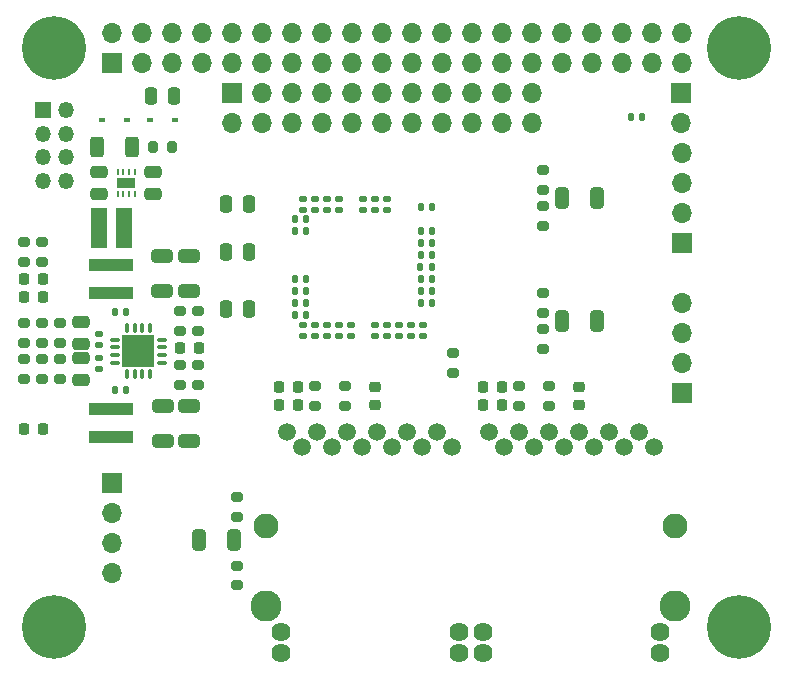
<source format=gts>
%TF.GenerationSoftware,KiCad,Pcbnew,(6.0.2-0)*%
%TF.CreationDate,2022-10-21T16:11:50-05:00*%
%TF.ProjectId,little_switch,6c697474-6c65-45f7-9377-697463682e6b,1*%
%TF.SameCoordinates,PX4221330PY3d0af40*%
%TF.FileFunction,Soldermask,Top*%
%TF.FilePolarity,Negative*%
%FSLAX46Y46*%
G04 Gerber Fmt 4.6, Leading zero omitted, Abs format (unit mm)*
G04 Created by KiCad (PCBNEW (6.0.2-0)) date 2022-10-21 16:11:50*
%MOMM*%
%LPD*%
G01*
G04 APERTURE LIST*
G04 Aperture macros list*
%AMRoundRect*
0 Rectangle with rounded corners*
0 $1 Rounding radius*
0 $2 $3 $4 $5 $6 $7 $8 $9 X,Y pos of 4 corners*
0 Add a 4 corners polygon primitive as box body*
4,1,4,$2,$3,$4,$5,$6,$7,$8,$9,$2,$3,0*
0 Add four circle primitives for the rounded corners*
1,1,$1+$1,$2,$3*
1,1,$1+$1,$4,$5*
1,1,$1+$1,$6,$7*
1,1,$1+$1,$8,$9*
0 Add four rect primitives between the rounded corners*
20,1,$1+$1,$2,$3,$4,$5,0*
20,1,$1+$1,$4,$5,$6,$7,0*
20,1,$1+$1,$6,$7,$8,$9,0*
20,1,$1+$1,$8,$9,$2,$3,0*%
G04 Aperture macros list end*
%ADD10R,1.700000X1.700000*%
%ADD11O,1.700000X1.700000*%
%ADD12RoundRect,0.140000X-0.170000X0.140000X-0.170000X-0.140000X0.170000X-0.140000X0.170000X0.140000X0*%
%ADD13RoundRect,0.250000X0.650000X-0.325000X0.650000X0.325000X-0.650000X0.325000X-0.650000X-0.325000X0*%
%ADD14RoundRect,0.250000X-0.312500X-0.625000X0.312500X-0.625000X0.312500X0.625000X-0.312500X0.625000X0*%
%ADD15RoundRect,0.200000X0.275000X-0.200000X0.275000X0.200000X-0.275000X0.200000X-0.275000X-0.200000X0*%
%ADD16RoundRect,0.140000X0.140000X0.170000X-0.140000X0.170000X-0.140000X-0.170000X0.140000X-0.170000X0*%
%ADD17RoundRect,0.087500X-0.325000X-0.087500X0.325000X-0.087500X0.325000X0.087500X-0.325000X0.087500X0*%
%ADD18RoundRect,0.087500X-0.087500X-0.325000X0.087500X-0.325000X0.087500X0.325000X-0.087500X0.325000X0*%
%ADD19R,2.700000X2.700000*%
%ADD20RoundRect,0.250000X-0.250000X-0.475000X0.250000X-0.475000X0.250000X0.475000X-0.250000X0.475000X0*%
%ADD21R,0.250000X0.500000*%
%ADD22R,1.600000X0.900000*%
%ADD23RoundRect,0.250000X-0.475000X0.250000X-0.475000X-0.250000X0.475000X-0.250000X0.475000X0.250000X0*%
%ADD24RoundRect,0.200000X-0.275000X0.200000X-0.275000X-0.200000X0.275000X-0.200000X0.275000X0.200000X0*%
%ADD25RoundRect,0.225000X-0.250000X0.225000X-0.250000X-0.225000X0.250000X-0.225000X0.250000X0.225000X0*%
%ADD26RoundRect,0.140000X0.170000X-0.140000X0.170000X0.140000X-0.170000X0.140000X-0.170000X-0.140000X0*%
%ADD27RoundRect,0.250000X0.325000X0.650000X-0.325000X0.650000X-0.325000X-0.650000X0.325000X-0.650000X0*%
%ADD28R,1.350000X1.350000*%
%ADD29O,1.350000X1.350000*%
%ADD30RoundRect,0.140000X-0.140000X-0.170000X0.140000X-0.170000X0.140000X0.170000X-0.140000X0.170000X0*%
%ADD31RoundRect,0.250000X-0.650000X0.325000X-0.650000X-0.325000X0.650000X-0.325000X0.650000X0.325000X0*%
%ADD32R,1.350000X3.400000*%
%ADD33R,3.700000X0.980000*%
%ADD34R,0.600000X0.450000*%
%ADD35RoundRect,0.250000X-0.325000X-0.650000X0.325000X-0.650000X0.325000X0.650000X-0.325000X0.650000X0*%
%ADD36RoundRect,0.250000X0.475000X-0.250000X0.475000X0.250000X-0.475000X0.250000X-0.475000X-0.250000X0*%
%ADD37RoundRect,0.218750X0.218750X0.256250X-0.218750X0.256250X-0.218750X-0.256250X0.218750X-0.256250X0*%
%ADD38RoundRect,0.225000X-0.225000X-0.250000X0.225000X-0.250000X0.225000X0.250000X-0.225000X0.250000X0*%
%ADD39C,5.400000*%
%ADD40RoundRect,0.200000X-0.200000X-0.275000X0.200000X-0.275000X0.200000X0.275000X-0.200000X0.275000X0*%
%ADD41RoundRect,0.218750X-0.218750X-0.256250X0.218750X-0.256250X0.218750X0.256250X-0.218750X0.256250X0*%
%ADD42C,2.630000*%
%ADD43C,2.120000*%
%ADD44C,1.620000*%
%ADD45C,1.510000*%
G04 APERTURE END LIST*
D10*
%TO.C,J5*%
X53129993Y-16510000D03*
D11*
X53129993Y-13970000D03*
X53129993Y-11430000D03*
X53129993Y-8890000D03*
%TD*%
%TO.C,J6*%
X53129993Y-21590000D03*
X53129993Y-24130000D03*
X53129993Y-26670000D03*
D10*
X53129993Y-29210000D03*
%TD*%
D11*
%TO.C,J4*%
X4869993Y-44450000D03*
X4869993Y-41910000D03*
X4869993Y-39370000D03*
D10*
X4869993Y-36830000D03*
%TD*%
D12*
%TO.C,C24*%
X25146000Y-23396000D03*
X25146000Y-24356000D03*
%TD*%
D13*
%TO.C,C62*%
X9144000Y-20525000D03*
X9144000Y-17575000D03*
%TD*%
%TO.C,C64*%
X11430000Y-20525000D03*
X11430000Y-17575000D03*
%TD*%
D14*
%TO.C,SW1*%
X3617500Y-8382000D03*
X6542500Y-8382000D03*
%TD*%
D15*
%TO.C,R12*%
X15494000Y-45466000D03*
X15494000Y-43816000D03*
%TD*%
%TO.C,R10*%
X41402000Y-15049000D03*
X41402000Y-13399000D03*
%TD*%
D16*
%TO.C,C46*%
X20348000Y-15494000D03*
X21308000Y-15494000D03*
%TD*%
D17*
%TO.C,U3*%
X5149500Y-24679000D03*
X5149500Y-25329000D03*
X5149500Y-25979000D03*
X5149500Y-26629000D03*
D18*
X6137000Y-27616500D03*
X6787000Y-27616500D03*
X7437000Y-27616500D03*
X8087000Y-27616500D03*
D17*
X9074500Y-26629000D03*
X9074500Y-25979000D03*
X9074500Y-25329000D03*
X9074500Y-24679000D03*
D18*
X8087000Y-23691500D03*
X7437000Y-23691500D03*
X6787000Y-23691500D03*
X6137000Y-23691500D03*
D19*
X7112000Y-25654000D03*
%TD*%
D20*
%TO.C,C14*%
X14544000Y-13208000D03*
X16444000Y-13208000D03*
%TD*%
D21*
%TO.C,U4*%
X6846000Y-10480000D03*
X6346000Y-10480000D03*
X5846000Y-10480000D03*
X5346000Y-10480000D03*
X5346000Y-12380000D03*
X5846000Y-12380000D03*
X6346000Y-12380000D03*
X6846000Y-12380000D03*
D22*
X6096000Y-11430000D03*
%TD*%
D23*
%TO.C,C63*%
X3810000Y-10480000D03*
X3810000Y-12380000D03*
%TD*%
D24*
%TO.C,R32*%
X-1016000Y-26353000D03*
X-1016000Y-28003000D03*
%TD*%
D15*
%TO.C,R4*%
X22098000Y-30289000D03*
X22098000Y-28639000D03*
%TD*%
D25*
%TO.C,C1*%
X44450000Y-28689000D03*
X44450000Y-30239000D03*
%TD*%
D12*
%TO.C,C29*%
X31242000Y-23396000D03*
X31242000Y-24356000D03*
%TD*%
D26*
%TO.C,C42*%
X23114000Y-13688000D03*
X23114000Y-12728000D03*
%TD*%
D27*
%TO.C,C11*%
X45925000Y-12700000D03*
X42975000Y-12700000D03*
%TD*%
%TO.C,C12*%
X45925000Y-23114000D03*
X42975000Y-23114000D03*
%TD*%
D24*
%TO.C,R24*%
X33782000Y-25845000D03*
X33782000Y-27495000D03*
%TD*%
D28*
%TO.C,J2*%
X-999998Y-5250002D03*
D29*
X1000002Y-5250002D03*
X-999998Y-7250002D03*
X1000002Y-7250002D03*
X-999998Y-9250002D03*
X1000002Y-9250002D03*
X-999998Y-11250002D03*
X1000002Y-11250002D03*
%TD*%
D24*
%TO.C,R30*%
X12192000Y-22289000D03*
X12192000Y-23939000D03*
%TD*%
D30*
%TO.C,C32*%
X31016000Y-19558000D03*
X31976000Y-19558000D03*
%TD*%
D12*
%TO.C,C22*%
X23114000Y-23396000D03*
X23114000Y-24356000D03*
%TD*%
D20*
%TO.C,C49*%
X8194000Y-4064000D03*
X10094000Y-4064000D03*
%TD*%
D31*
%TO.C,C53*%
X11430000Y-30275000D03*
X11430000Y-33225000D03*
%TD*%
D16*
%TO.C,C16*%
X21308000Y-19558000D03*
X20348000Y-19558000D03*
%TD*%
D26*
%TO.C,C61*%
X3810000Y-27150000D03*
X3810000Y-26190000D03*
%TD*%
D12*
%TO.C,C20*%
X21082000Y-23396000D03*
X21082000Y-24356000D03*
%TD*%
D32*
%TO.C,L3*%
X5901000Y-15240000D03*
X3751000Y-15240000D03*
%TD*%
D12*
%TO.C,C27*%
X29210000Y-23396000D03*
X29210000Y-24356000D03*
%TD*%
D24*
%TO.C,R13*%
X41402000Y-10351000D03*
X41402000Y-12001000D03*
%TD*%
D15*
%TO.C,R27*%
X10668000Y-28511000D03*
X10668000Y-26861000D03*
%TD*%
D16*
%TO.C,C17*%
X21308000Y-20574000D03*
X20348000Y-20574000D03*
%TD*%
D15*
%TO.C,R28*%
X-2540000Y-18097000D03*
X-2540000Y-16447000D03*
%TD*%
D16*
%TO.C,C50*%
X49756000Y-5842000D03*
X48796000Y-5842000D03*
%TD*%
D30*
%TO.C,C30*%
X31016000Y-21565997D03*
X31976000Y-21565997D03*
%TD*%
D15*
%TO.C,R31*%
X10668000Y-23939000D03*
X10668000Y-22289000D03*
%TD*%
D26*
%TO.C,C43*%
X22098000Y-13688000D03*
X22098000Y-12728000D03*
%TD*%
D31*
%TO.C,C52*%
X9180000Y-30275000D03*
X9180000Y-33225000D03*
%TD*%
D12*
%TO.C,C23*%
X24130000Y-23396000D03*
X24130000Y-24356000D03*
%TD*%
D24*
%TO.C,R29*%
X-1016000Y-16447000D03*
X-1016000Y-18097000D03*
%TD*%
D30*
%TO.C,C36*%
X31016000Y-15494000D03*
X31976000Y-15494000D03*
%TD*%
D33*
%TO.C,L2*%
X4826000Y-20743000D03*
X4826000Y-18373000D03*
%TD*%
D30*
%TO.C,C34*%
X31016000Y-17526000D03*
X31976000Y-17526000D03*
%TD*%
D20*
%TO.C,C15*%
X14544000Y-17272000D03*
X16444000Y-17272000D03*
%TD*%
D30*
%TO.C,C55*%
X5108000Y-28956000D03*
X6068000Y-28956000D03*
%TD*%
D24*
%TO.C,R26*%
X12192000Y-26861000D03*
X12192000Y-28511000D03*
%TD*%
D10*
%TO.C,J7*%
X15029993Y-3810000D03*
D11*
X15029993Y-6350000D03*
X17569993Y-3810000D03*
X17569993Y-6350000D03*
X20109993Y-3810000D03*
X20109993Y-6350000D03*
X22649993Y-3810000D03*
X22649993Y-6350000D03*
X25189993Y-3810000D03*
X25189993Y-6350000D03*
X27729993Y-3810000D03*
X27729993Y-6350000D03*
X30269993Y-3810000D03*
X30269993Y-6350000D03*
X32809993Y-3810000D03*
X32809993Y-6350000D03*
X35349993Y-3810000D03*
X35349993Y-6350000D03*
X37889993Y-3810000D03*
X37889993Y-6350000D03*
X40429993Y-3810000D03*
X40429993Y-6350000D03*
%TD*%
D15*
%TO.C,R3*%
X39370000Y-30289000D03*
X39370000Y-28639000D03*
%TD*%
D12*
%TO.C,C56*%
X3810000Y-24186000D03*
X3810000Y-25146000D03*
%TD*%
D26*
%TO.C,C39*%
X27178000Y-13688000D03*
X27178000Y-12728000D03*
%TD*%
D24*
%TO.C,R14*%
X41402000Y-20765000D03*
X41402000Y-22415000D03*
%TD*%
D20*
%TO.C,C13*%
X14544000Y-22098000D03*
X16444000Y-22098000D03*
%TD*%
D34*
%TO.C,D1*%
X10194000Y-6096000D03*
X8094000Y-6096000D03*
%TD*%
D35*
%TO.C,C10*%
X12241000Y-41656000D03*
X15191000Y-41656000D03*
%TD*%
D23*
%TO.C,C54*%
X2286000Y-23180000D03*
X2286000Y-25080000D03*
%TD*%
D15*
%TO.C,R35*%
X508000Y-23305000D03*
X508000Y-24955000D03*
%TD*%
%TO.C,R33*%
X-1016000Y-24955000D03*
X-1016000Y-23305000D03*
%TD*%
D12*
%TO.C,C28*%
X30226000Y-23396000D03*
X30226000Y-24356000D03*
%TD*%
D26*
%TO.C,C44*%
X21082000Y-13688000D03*
X21082000Y-12728000D03*
%TD*%
%TO.C,C38*%
X28194000Y-13688000D03*
X28194000Y-12728000D03*
%TD*%
D16*
%TO.C,C45*%
X21308000Y-14478000D03*
X20348000Y-14478000D03*
%TD*%
%TO.C,C18*%
X21308000Y-21590000D03*
X20348000Y-21590000D03*
%TD*%
D23*
%TO.C,C57*%
X8382000Y-10480000D03*
X8382000Y-12380000D03*
%TD*%
D10*
%TO.C,J1*%
X4870000Y-1270000D03*
D11*
X4870000Y1270000D03*
X7410000Y-1270000D03*
X7410000Y1270000D03*
X9950000Y-1270000D03*
X9950000Y1270000D03*
X12490000Y-1270000D03*
X12490000Y1270000D03*
X15030000Y-1270000D03*
X15030000Y1270000D03*
X17570000Y-1270000D03*
X17570000Y1270000D03*
X20110000Y-1270000D03*
X20110000Y1270000D03*
X22650000Y-1270000D03*
X22650000Y1270000D03*
X25190000Y-1270000D03*
X25190000Y1270000D03*
X27730000Y-1270000D03*
X27730000Y1270000D03*
X30270000Y-1270000D03*
X30270000Y1270000D03*
X32810000Y-1270000D03*
X32810000Y1270000D03*
X35350000Y-1270000D03*
X35350000Y1270000D03*
X37890000Y-1270000D03*
X37890000Y1270000D03*
X40430000Y-1270000D03*
X40430000Y1270000D03*
X42970000Y-1270000D03*
X42970000Y1270000D03*
X45510000Y-1270000D03*
X45510000Y1270000D03*
X48050000Y-1270000D03*
X48050000Y1270000D03*
X50590000Y-1270000D03*
X50590000Y1270000D03*
X53130000Y-1270000D03*
X53130000Y1270000D03*
%TD*%
D36*
%TO.C,C58*%
X2286000Y-28128000D03*
X2286000Y-26228000D03*
%TD*%
D12*
%TO.C,C26*%
X28194000Y-23396000D03*
X28194000Y-24356000D03*
%TD*%
D25*
%TO.C,C2*%
X27178000Y-28689000D03*
X27178000Y-30239000D03*
%TD*%
D16*
%TO.C,C19*%
X21308000Y-22606000D03*
X20348000Y-22606000D03*
%TD*%
D37*
%TO.C,D5*%
X-990500Y-21082000D03*
X-2565500Y-21082000D03*
%TD*%
D30*
%TO.C,C31*%
X31016000Y-20574000D03*
X31976000Y-20574000D03*
%TD*%
D26*
%TO.C,C40*%
X26162000Y-13688000D03*
X26162000Y-12728000D03*
%TD*%
D38*
%TO.C,C5*%
X36309000Y-28702000D03*
X37859000Y-28702000D03*
%TD*%
D12*
%TO.C,C21*%
X22098000Y-23396000D03*
X22098000Y-24356000D03*
%TD*%
D15*
%TO.C,R2*%
X24638000Y-30289000D03*
X24638000Y-28639000D03*
%TD*%
D30*
%TO.C,C35*%
X31016000Y-16510000D03*
X31976000Y-16510000D03*
%TD*%
D26*
%TO.C,C41*%
X24130000Y-13688000D03*
X24130000Y-12728000D03*
%TD*%
D39*
%TO.C,H1*%
X0Y0D03*
%TD*%
D24*
%TO.C,R36*%
X-2540000Y-26353000D03*
X-2540000Y-28003000D03*
%TD*%
D40*
%TO.C,R25*%
X8319000Y-8382000D03*
X9969000Y-8382000D03*
%TD*%
D15*
%TO.C,R1*%
X41910000Y-30289000D03*
X41910000Y-28639000D03*
%TD*%
D24*
%TO.C,R9*%
X15494000Y-38037000D03*
X15494000Y-39687000D03*
%TD*%
D33*
%TO.C,L1*%
X4826000Y-32935000D03*
X4826000Y-30565000D03*
%TD*%
D39*
%TO.C,H2*%
X58000000Y0D03*
%TD*%
D41*
%TO.C,D3*%
X-2565500Y-19558000D03*
X-990500Y-19558000D03*
%TD*%
D37*
%TO.C,D4*%
X-990500Y-32258000D03*
X-2565500Y-32258000D03*
%TD*%
D30*
%TO.C,C33*%
X30988009Y-18542000D03*
X31948009Y-18542000D03*
%TD*%
%TO.C,C37*%
X31016000Y-13462000D03*
X31976000Y-13462000D03*
%TD*%
D16*
%TO.C,C60*%
X6068000Y-22352000D03*
X5108000Y-22352000D03*
%TD*%
D42*
%TO.C,J3*%
X52575000Y-47220000D03*
X17925000Y-47220000D03*
D43*
X52575000Y-40460000D03*
X17925000Y-40460000D03*
D44*
X36265000Y-49450000D03*
X19195000Y-49450000D03*
X36265000Y-51230000D03*
X19195000Y-51230000D03*
X51305000Y-49450000D03*
X34235000Y-49450000D03*
X51305000Y-51230000D03*
X34235000Y-51230000D03*
D45*
X50770000Y-33750000D03*
X33700000Y-33750000D03*
X49500000Y-32480000D03*
X32430000Y-32480000D03*
X48230000Y-33750000D03*
X31160000Y-33750000D03*
X46960000Y-32480000D03*
X29890000Y-32480000D03*
X45690000Y-33750000D03*
X28620000Y-33750000D03*
X44420000Y-32480000D03*
X27350000Y-32480000D03*
X43150000Y-33750000D03*
X26080000Y-33750000D03*
X41880000Y-32480000D03*
X24810000Y-32480000D03*
X40610000Y-33750000D03*
X23540000Y-33750000D03*
X39340000Y-32480000D03*
X22270000Y-32480000D03*
X38070000Y-33750000D03*
X21000000Y-33750000D03*
X36800000Y-32480000D03*
X19730000Y-32480000D03*
%TD*%
D39*
%TO.C,H3*%
X0Y-49000000D03*
%TD*%
D15*
%TO.C,R11*%
X41402000Y-25463000D03*
X41402000Y-23813000D03*
%TD*%
D39*
%TO.C,H4*%
X58000000Y-49000000D03*
%TD*%
D12*
%TO.C,C25*%
X27178000Y-23396000D03*
X27178000Y-24356000D03*
%TD*%
D38*
%TO.C,C6*%
X19037000Y-28702000D03*
X20587000Y-28702000D03*
%TD*%
D34*
%TO.C,D2*%
X4030000Y-6096000D03*
X6130000Y-6096000D03*
%TD*%
D15*
%TO.C,R37*%
X-2540000Y-24955000D03*
X-2540000Y-23305000D03*
%TD*%
D38*
%TO.C,C4*%
X19037000Y-30226000D03*
X20587000Y-30226000D03*
%TD*%
%TO.C,C3*%
X36309000Y-30226000D03*
X37859000Y-30226000D03*
%TD*%
D24*
%TO.C,R34*%
X508000Y-26353000D03*
X508000Y-28003000D03*
%TD*%
D38*
%TO.C,C59*%
X10655000Y-25400000D03*
X12205000Y-25400000D03*
%TD*%
D10*
%TO.C,J8*%
X53061006Y-3829990D03*
D11*
X53061006Y-6369990D03*
%TD*%
M02*

</source>
